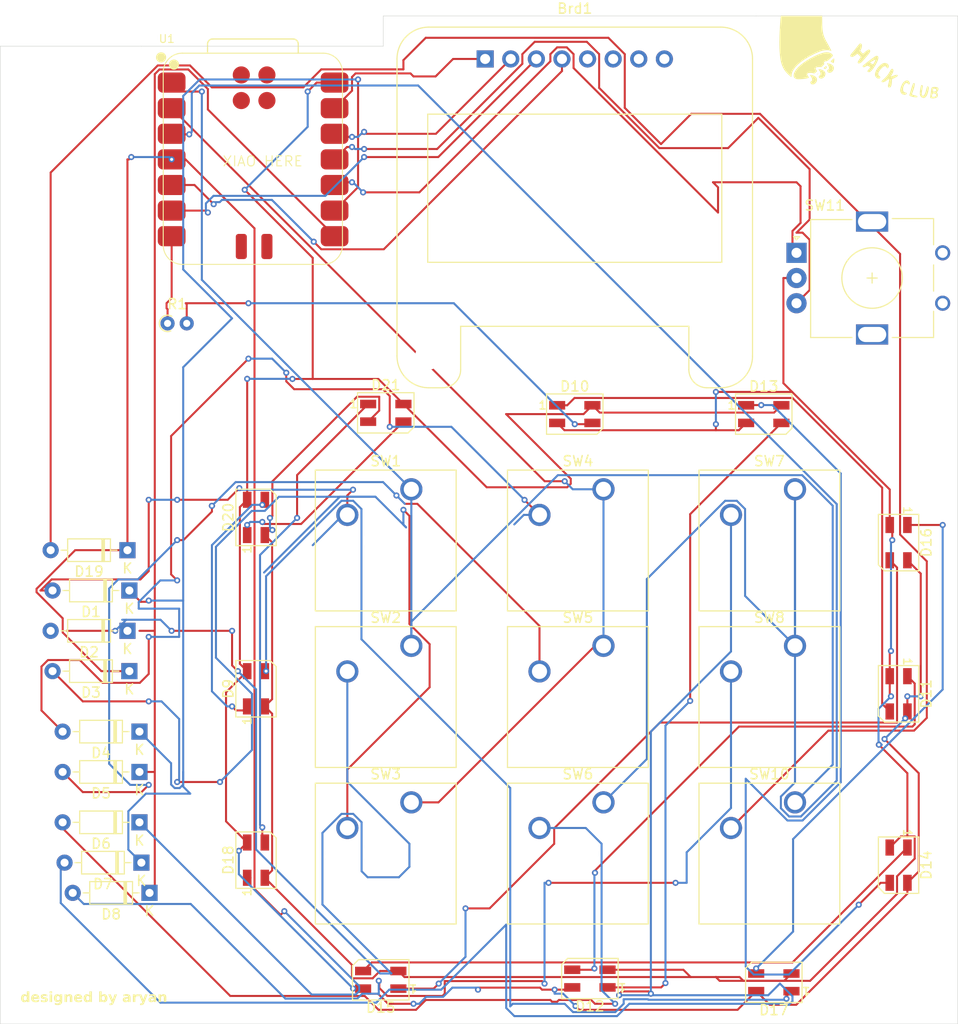
<source format=kicad_pcb>
(kicad_pcb (version 20240108) (generator "pcbnew") (generator_version "8.0")
  (layers (0 "F.Cu" signal) (31 "B.Cu" signal) (34 "B.Paste" user) (35 "F.Paste" user) (36 "B.SilkS" user "B.Silkscreen") (37 "F.SilkS" user "F.Silkscreen") (38 "B.Mask" user) (39 "F.Mask" user) (44 "Edge.Cuts" user))
  (net 0 "")
  (net 1 "Net-(D1-A)")
  (net 2 "Net-(D2-A)")
  (net 3 "Net-(D3-A)")
  (net 4 "Net-(D4-A)")
  (net 5 "Net-(D5-A)")
  (net 6 "Net-(D6-A)")
  (net 7 "Net-(D7-A)")
  (net 8 "Net-(D8-A)")
  (net 9 "Net-(D10-DOUT)")
  (net 10 "VDD")
  (net 11 "GND")
  (net 12 "Net-(D10-DIN)")
  (net 13 "Net-(D11-DOUT)")
  (net 14 "Net-(D12-DOUT)")
  (net 15 "Net-(D13-DOUT)")
  (net 16 "Net-(D14-DOUT)")
  (net 17 "Net-(D15-DOUT)")
  (net 18 "Net-(D16-DOUT)")
  (net 19 "Net-(D17-DOUT)")
  (net 20 "unconnected-(D18-DOUT-Pad1)")
  (net 21 "Net-(D19-A)")
  (net 22 "DIN")
  (net 23 "S1")
  (net 24 "S2")
  (net 25 "S3")
  (net 26 "A")
  (net 27 "B")
  (net 32 "3")
  (net 33 "4")
  (net 34 "D1")
  (net 36 "D3")
  (net 37 "D2")
  (net 39 "2")
  (net 40 "Net-(D20-DIN)")
  (net 41 "Net-(D18-DIN)")
  (net 42 "Net-(D20-DOUT)")
  (footprint "Diode_THT:D_DO-35_SOD27_P7.62mm_Horizontal" (layer "F.Cu") (at 36 122 180)
    (property "Reference" "D7")
    (property "Value" "1N4148")
  )
  (footprint "LED_SMD:LED_SK6812MINI_PLCC4_3.5x3.5mm_P1.75mm" (layer "F.Cu") (at 79 77.5)
    (property "Reference" "D10")
    (property "Value" "SK6812MINI")
  )
  (footprint "Diode_THT:D_DO-35_SOD27_P7.62mm_Horizontal" (layer "F.Cu") (at 36.81 125 180)
    (property "Reference" "D8")
    (property "Value" "1N4148")
  )
  (footprint "LED_SMD:LED_SK6812MINI_PLCC4_3.5x3.5mm_P1.75mm" (layer "F.Cu") (at 98.75 133.875 180)
    (property "Reference" "D17")
    (property "Value" "SK6812MINI")
  )
  (footprint "Display:Adafruit_SSD1306" (layer "F.Cu") (at 70.11 42.265)
    (property "Reference" "Brd1")
    (property "Value" "SSD1306")
  )
  (footprint "LED_SMD:LED_SK6812MINI_PLCC4_3.5x3.5mm_P1.75mm" (layer "F.Cu") (at 47.375 104.75 90)
    (property "Reference" "D9")
    (property "Value" "SK6812MINI")
  )
  (footprint "MX switches:SW_Cherry_MX1A_1.00u_PCB" (layer "F.Cu") (at 81.85 100.49)
    (property "Reference" "SW5")
    (property "Value" "SW_Push")
  )
  (footprint "MX switches:SW_Cherry_MX1A_1.00u_PCB" (layer "F.Cu") (at 62.786 84.96)
    (property "Reference" "SW1")
    (property "Value" "SW_Push")
  )
  (footprint "MX switches:SW_Cherry_MX1A_1.00u_PCB" (layer "F.Cu") (at 62.786 116.02)
    (property "Reference" "SW3")
    (property "Value" "SW_Push")
  )
  (footprint "LED_SMD:LED_SK6812MINI_PLCC4_3.5x3.5mm_P1.75mm" (layer "F.Cu") (at 60.25 77.375)
    (property "Reference" "D21")
    (property "Value" "SK6812MINI")
  )
  (footprint "LED_SMD:LED_SK6812MINI_PLCC4_3.5x3.5mm_P1.75mm" (layer "F.Cu") (at 47.375 121.75 90)
    (property "Reference" "D18")
    (property "Value" "SK6812MINI")
  )
  (footprint "LED_SMD:LED_SK6812MINI_PLCC4_3.5x3.5mm_P1.75mm" (layer "F.Cu") (at 111.125 122.25 -90)
    (property "Reference" "D14")
    (property "Value" "SK6812MINI")
  )
  (footprint "MX switches:SW_Cherry_MX1A_1.00u_PCB" (layer "F.Cu") (at 100.85 116.02)
    (property "Reference" "SW10")
    (property "Value" "SW_Push")
  )
  (footprint "MX switches:SW_Cherry_MX1A_1.00u_PCB" (layer "F.Cu") (at 100.85 84.96)
    (property "Reference" "SW7")
    (property "Value" "SW_Push")
  )
  (footprint "LED_SMD:LED_SK6812MINI_PLCC4_3.5x3.5mm_P1.75mm" (layer "F.Cu") (at 111.125 90.25 -90)
    (property "Reference" "D16")
    (property "Value" "SK6812MINI")
  )
  (footprint "MX switches:SW_Cherry_MX1A_1.00u_PCB" (layer "F.Cu") (at 100.85 100.49)
    (property "Reference" "SW8")
    (property "Value" "SW_Push")
  )
  (footprint "LED_SMD:LED_SK6812MINI_PLCC4_3.5x3.5mm_P1.75mm" (layer "F.Cu") (at 111.125 105.25 -90)
    (property "Reference" "D11")
    (property "Value" "SK6812MINI")
  )
  (footprint "Diode_THT:D_DO-35_SOD27_P7.62mm_Horizontal" (layer "F.Cu") (at 34.62 99 180)
    (property "Reference" "D2")
    (property "Value" "1N4148")
  )
  (footprint "Diode_THT:D_DO-35_SOD27_P7.62mm_Horizontal" (layer "F.Cu") (at 35.81 113 180)
    (property "Reference" "D5")
    (property "Value" "1N4148")
  )
  (footprint "Rotary_Encoder:RotaryEncoder_Alps_EC11E_Vertical_H20mm" (layer "F.Cu") (at 101 61.5)
    (property "Reference" "SW11")
    (property "Value" "RotaryEncoder")
  )
  (footprint "xiao_rp2040:XIAO-RP2040-SMD" (layer "F.Cu") (at 47.0045 52.23025)
    (property "Reference" "U1")
    (property "Value" "XIAO-RP2040-SMD")
  )
  (footprint "LED_SMD:LED_SK6812MINI_PLCC4_3.5x3.5mm_P1.75mm" (layer "F.Cu") (at 47.375 87.75 90)
    (property "Reference" "D20")
    (property "Value" "SK6812MINI")
  )
  (footprint "MX switches:SW_Cherry_MX1A_1.00u_PCB" (layer "F.Cu") (at 81.85 116.02)
    (property "Reference" "SW6")
    (property "Value" "SW_Push")
  )
  (footprint "LOGO" (layer "F.Cu") (at 108 43)
    (property "Reference" "G***" (hide yes))
    (property "Value" "LOGO" (hide yes))
  )
  (footprint "Diode_THT:D_DO-35_SOD27_P7.62mm_Horizontal" (layer "F.Cu") (at 34.81 103 180)
    (property "Reference" "D3")
    (property "Value" "1N4148")
  )
  (footprint "LED_SMD:LED_SK6812MINI_PLCC4_3.5x3.5mm_P1.75mm" (layer "F.Cu") (at 97.75 77.5)
    (property "Reference" "D13")
    (property "Value" "SK6812MINI")
  )
  (footprint "Diode_THT:D_DO-35_SOD27_P7.62mm_Horizontal" (layer "F.Cu") (at 34.81 95 180)
    (property "Reference" "D1")
    (property "Value" "1N4148")
  )
  (footprint "MX switches:SW_Cherry_MX1A_1.00u_PCB" (layer "F.Cu") (at 62.786 100.49)
    (property "Reference" "SW2")
    (property "Value" "SW_Push")
  )
  (footprint "MX switches:SW_Cherry_MX1A_1.00u_PCB" (layer "F.Cu") (at 81.85 84.96)
    (property "Reference" "SW4")
    (property "Value" "SW_Push")
  )
  (footprint "LED_SMD:LED_SK6812MINI_PLCC4_3.5x3.5mm_P1.75mm" (layer "F.Cu") (at 59.75 133.625 180)
    (property "Reference" "D15")
    (property "Value" "SK6812MINI")
  )
  (footprint "Diode_THT:D_DO-35_SOD27_P7.62mm_Horizontal" (layer "F.Cu") (at 35.81 109 180)
    (property "Reference" "D4")
    (property "Value" "1N4148")
  )
  (footprint "Diode_THT:D_DO-35_SOD27_P7.62mm_Horizontal" (layer "F.Cu") (at 34.62 91 180)
    (property "Reference" "D19")
    (property "Value" "1N4148")
  )
  (footprint "Resistor_THT:R_Axial_DIN0204_L3.6mm_D1.6mm_P1.90mm_Vertical" (layer "F.Cu") (at 38.6 68.5)
    (property "Reference" "R1")
    (property "Value" "R")
  )
  (footprint "Diode_THT:D_DO-35_SOD27_P7.62mm_Horizontal" (layer "F.Cu") (at 35.81 118 180)
    (property "Reference" "D6")
    (property "Value" "1N4148")
  )
  (footprint "LED_SMD:LED_SK6812MINI_PLCC4_3.5x3.5mm_P1.75mm" (layer "F.Cu") (at 80.5 133.5 180)
    (property "Reference" "D12")
    (property "Value" "SK6812MINI")
  )
  (gr_line (start 22 41) (end 36 41) (stroke (width 0.05)) (layer "Edge.Cuts"))
  (gr_line (start 117 138) (end 22 138) (stroke (width 0.05)) (layer "Edge.Cuts"))
  (gr_line (start 60 38) (end 97 38) (stroke (width 0.05)) (layer "Edge.Cuts"))
  (gr_line (start 117 137) (end 117 138) (stroke (width 0.05)) (layer "Edge.Cuts"))
  (gr_line (start 36 41) (end 60 41) (stroke (width 0.05)) (layer "Edge.Cuts"))
  (gr_line (start 97 38) (end 117 38) (stroke (width 0.05)) (layer "Edge.Cuts"))
  (gr_line (start 60 41) (end 60 38) (stroke (width 0.05)) (layer "Edge.Cuts"))
  (gr_line (start 22 138) (end 22 41) (stroke (width 0.05)) (layer "Edge.Cuts"))
  (gr_line (start 117 38) (end 117 137) (stroke (width 0.05)) (layer "Edge.Cuts"))
  (gr_text "XIAO HERE" (at 44 53 0) (layer "F.SilkS") (effects (font (size 1 1) (thickness 0.1)) (justify left bottom)))
  (gr_text "designed by aryan" (at 24 136 0) (layer "F.SilkS") (effects (font (size 1 1) (thickness 0.1)) (justify left bottom)))
  (segment (start 36.7295 93.0805) (end 36.7295 86) (width 0.2) (layer "F.Cu") (net 1))
  (segment (start 27.1 93.9) (end 35.91 93.9) (width 0.2) (layer "F.Cu") (net 1))
  (segment (start 39.55286 86) (end 44.567892 86) (width 0.2) (layer "F.Cu") (net 1))
  (segment (start 27.19 95) (end 26 95) (width 0.2) (layer "F.Cu") (net 1))
  (segment (start 57 85) (end 56.436 85.564) (width 0.2) (layer "F.Cu") (net 1))
  (segment (start 56.436 85.564) (end 56.436 87.5) (width 0.2) (layer "F.Cu") (net 1))
  (segment (start 44.567892 86) (end 45.721446 84.846446) (width 0.2) (layer "F.Cu") (net 1))
  (segment (start 35.91 93.9) (end 36.7295 93.0805) (width 0.2) (layer "F.Cu") (net 1))
  (segment (start 26 95) (end 27.1 93.9) (width 0.2) (layer "F.Cu") (net 1))
  (via (at 57 85) (size 0.6) (drill 0.3) (layers "F.Cu" "B.Cu") (net 1))
  (via (at 45.721446 84.846446) (size 0.6) (drill 0.3) (layers "F.Cu" "B.Cu") (net 1))
  (via (at 39.55286 86) (size 0.6) (drill 0.3) (layers "F.Cu" "B.Cu") (net 1))
  (via (at 36.7295 86) (size 0.6) (drill 0.3) (layers "F.Cu" "B.Cu") (net 1))
  (segment (start 45.875 85) (end 57 85) (width 0.2) (layer "B.Cu") (net 1))
  (segment (start 36.7295 86) (end 39.55286 86) (width 0.2) (layer "B.Cu") (net 1))
  (segment (start 56.008944 87.5) (end 56.436 87.5) (width 0.2) (layer "B.Cu") (net 1))
  (segment (start 53 90.508944) (end 56.008944 87.5) (width 0.2) (layer "B.Cu") (net 1))
  (segment (start 45.721446 84.846446) (end 45.875 85) (width 0.2) (layer "B.Cu") (net 1))
  (segment (start 28.595 99) (end 33.405 99) (width 0.2) (layer "F.Cu") (net 2))
  (segment (start 45 102.425002) (end 45.574998 103) (width 0.2) (layer "F.Cu") (net 2))
  (segment (start 39 99) (end 45 99) (width 0.2) (layer "F.Cu") (net 2))
  (segment (start 45 99) (end 45 102.425002) (width 0.2) (layer "F.Cu") (net 2))
  (via (at 45 99) (size 0.6) (drill 0.3) (layers "F.Cu" "B.Cu") (net 2))
  (via (at 33.405 99) (size 0.6) (drill 0.3) (layers "F.Cu" "B.Cu") (net 2))
  (via (at 39 99) (size 0.6) (drill 0.3) (layers "F.Cu" "B.Cu") (net 2))
  (via (at 45.574998 103) (size 0.6) (drill 0.3) (layers "F.Cu" "B.Cu") (net 2))
  (segment (start 37.9 97.9) (end 39 99) (width 0.2) (layer "B.Cu") (net 2))
  (segment (start 53.966 119.050101) (end 55.856101 117.16) (width 0.2) (layer "B.Cu") (net 2))
  (segment (start 57.015899 117.16) (end 57.849686 117.993787) (width 0.2) (layer "B.Cu") (net 2))
  (segment (start 53.966 126.150314) (end 53.966 119.050101) (width 0.2) (layer "B.Cu") (net 2))
  (segment (start 57.849686 122.849686) (end 58.45 123.45) (width 0.2) (layer "B.Cu") (net 2))
  (segment (start 56.436 113.966598) (end 56.436 103.03) (width 0.2) (layer "B.Cu") (net 2))
  (segment (start 62.596 122.404) (end 62.596 120.126598) (width 0.2) (layer "B.Cu") (net 2))
  (segment (start 34.1 97.9) (end 37.9 97.9) (width 0.2) (layer "B.Cu") (net 2))
  (segment (start 47.375 104.800002) (end 47.375 120.690686) (width 0.2) (layer "B.Cu") (net 2))
  (segment (start 59.684314 133) (end 60.815686 133) (width 0.2) (layer "B.Cu") (net 2))
  (segment (start 62.596 120.126598) (end 56.436 113.966598) (width 0.2) (layer "B.Cu") (net 2))
  (segment (start 57.849686 117.993787) (end 57.849686 122.849686) (width 0.2) (layer "B.Cu") (net 2))
  (segment (start 58.45 123.45) (end 61.55 123.45) (width 0.2) (layer "B.Cu") (net 2))
  (segment (start 61.55 123.45) (end 62.596 122.404) (width 0.2) (layer "B.Cu") (net 2))
  (segment (start 33.405 99) (end 34.505 97.9) (width 0.2) (layer "B.Cu") (net 2))
  (segment (start 47.375 120.690686) (end 59.684314 133) (width 0.2) (layer "B.Cu") (net 2))
  (segment (start 55.856101 117.16) (end 57.015899 117.16) (width 0.2) (layer "B.Cu") (net 2))
  (segment (start 60.815686 133) (end 53.966 126.150314) (width 0.2) (layer "B.Cu") (net 2))
  (segment (start 45.574998 103) (end 47.375 104.800002) (width 0.2) (layer "B.Cu") (net 2))
  (segment (start 64.599472 100.323573) (end 64.599472 104.599472) (width 0.2) (layer "F.Cu") (net 3))
  (segment (start 56.436 112.762944) (end 56.436 118.56) (width 0.2) (layer "F.Cu") (net 3))
  (segment (start 62.596 87.596) (end 62.596 98.320101) (width 0.2) (layer "F.Cu") (net 3))
  (segment (start 62 87) (end 62.596 87.596) (width 0.2) (layer "F.Cu") (net 3))
  (segment (start 64.599472 104.599472) (end 56.436 112.762944) (width 0.2) (layer "F.Cu") (net 3))
  (segment (start 62.596 98.320101) (end 64.599472 100.323573) (width 0.2) (layer "F.Cu") (net 3))
  (segment (start 27.19 103) (end 30.19 106) (width 0.2) (layer "F.Cu") (net 3))
  (segment (start 39.55286 114) (end 43.8 114) (width 0.2) (layer "F.Cu") (net 3))
  (segment (start 30.19 106) (end 36.7295 106) (width 0.2) (layer "F.Cu") (net 3))
  (via (at 43.8 114) (size 0.6) (drill 0.3) (layers "F.Cu" "B.Cu") (net 3))
  (via (at 62 87) (size 0.6) (drill 0.3) (layers "F.Cu" "B.Cu") (net 3))
  (via (at 36.7295 106) (size 0.6) (drill 0.3) (layers "F.Cu" "B.Cu") (net 3))
  (via (at 39.55286 114) (size 0.6) (drill 0.3) (layers "F.Cu" "B.Cu") (net 3))
  (segment (start 46.975 110.825) (end 46.975 105.248531) (width 0.2) (layer "B.Cu") (net 3))
  (segment (start 62.264701 88.735299) (end 59.229402 85.7) (width 0.2) (layer "B.Cu") (net 3))
  (segment (start 39.75286 114) (end 39.55286 114) (width 0.2) (layer "B.Cu") (net 3))
  (segment (start 59.229402 85.7) (end 55.690415 85.7) (width 0.2) (layer "B.Cu") (net 3))
  (segment (start 38 106) (end 39.75286 107.75286) (width 0.2) (layer "B.Cu") (net 3))
  (segment (start 48.248529 87.1) (end 49.648529 85.7) (width 0.2) (layer "B.Cu") (net 3))
  (segment (start 46.965686 87.1) (end 48.248529 87.1) (width 0.2) (layer "B.Cu") (net 3))
  (segment (start 62 88.470598) (end 62 87) (width 0.2) (layer "B.Cu") (net 3))
  (segment (start 62.264701 88.735299) (end 62 88.470598) (width 0.2) (layer "B.Cu") (net 3))
  (segment (start 43.8 114) (end 46.975 110.825) (width 0.2) (layer "B.Cu") (net 3))
  (segment (start 43.4 101.673531) (end 43.4 90.665686) (width 0.2) (layer "B.Cu") (net 3))
  (segment (start 46.975 105.248531) (end 43.4 101.673531) (width 0.2) (layer "B.Cu") (net 3))
  (segment (start 43.4 90.665686) (end 46.965686 87.1) (width 0.2) (layer "B.Cu") (net 3))
  (segment (start 39.75286 107.75286) (end 39.75286 114) (width 0.2) (layer "B.Cu") (net 3))
  (segment (start 49.648529 85.7) (end 59.229402 85.7) (width 0.2) (layer "B.Cu") (net 3))
  (segment (start 55.690415 85.7) (end 48.175 93.215415) (width 0.2) (layer "B.Cu") (net 3))
  (segment (start 36.7295 106) (end 38 106) (width 0.2) (layer "B.Cu") (net 3))
  (segment (start 39.55286 94) (end 38.95286 93.4) (width 0.2) (layer "F.Cu") (net 4))
  (segment (start 28.19 109) (end 26.09 106.9) (width 0.2) (layer "F.Cu") (net 4))
  (segment (start 26.09 106.9) (end 26.09 102.544365) (width 0.2) (layer "F.Cu") (net 4))
  (segment (start 50.377473 74.248532) (end 51.161784 75.032843) (width 0.2) (layer "F.Cu") (net 4))
  (segment (start 60.642752 75.708438) (end 60.642752 78.758719) (width 0.2) (layer "F.Cu") (net 4))
  (segment (start 38.95286 79.67214) (end 46.625 72) (width 0.2) (layer "F.Cu") (net 4))
  (segment (start 38.95286 93.4) (end 38.95286 79.67214) (width 0.2) (layer "F.Cu") (net 4))
  (segment (start 50.377473 73.4) (end 50.377473 74.248532) (width 0.2) (layer "F.Cu") (net 4))
  (segment (start 29.900002 101.9) (end 32.159498 104.159496) (width 0.2) (layer "F.Cu") (net 4))
  (segment (start 35.850504 104.159496) (end 36.7295 103.2805) (width 0.2) (layer "F.Cu") (net 4))
  (segment (start 26.734365 101.9) (end 29.900002 101.9) (width 0.2) (layer "F.Cu") (net 4))
  (segment (start 51.161784 75.032843) (end 59.967157 75.032843) (width 0.2) (layer "F.Cu") (net 4))
  (segment (start 26.09 102.544365) (end 26.734365 101.9) (width 0.2) (layer "F.Cu") (net 4))
  (segment (start 74.015075 86.015075) (end 75.5 87.5) (width 0.2) (layer "F.Cu") (net 4))
  (segment (start 32.159498 104.159496) (end 35.850504 104.159496) (width 0.2) (layer "F.Cu") (net 4))
  (segment (start 36.7295 103.2805) (end 36.7295 99.6) (width 0.2) (layer "F.Cu") (net 4))
  (segment (start 59.967157 75.032843) (end 60.642752 75.708438) (width 0.2) (layer "F.Cu") (net 4))
  (via (at 46.625 72) (size 0.6) (drill 0.3) (layers "F.Cu" "B.Cu") (net 4))
  (via (at 50.377473 73.4) (size 0.6) (drill 0.3) (layers "F.Cu" "B.Cu") (net 4))
  (via (at 39.55286 94) (size 0.6) (drill 0.3) (layers "F.Cu" "B.Cu") (net 4))
  (via (at 36.7295 99.6) (size 0.6) (drill 0.3) (layers "F.Cu" "B.Cu") (net 4))
  (via (at 74.015075 86.015075) (size 0.6) (drill 0.3) (layers "F.Cu" "B.Cu") (net 4))
  (via (at 60.642752 78.758719) (size 0.6) (drill 0.3) (layers "F.Cu" "B.Cu") (net 4))
  (segment (start 66.758719 78.758719) (end 74.015075 86.015075) (width 0.2) (layer "B.Cu") (net 4))
  (segment (start 75.5 87.5) (end 73.944366 87.5) (width 0.2) (layer "B.Cu") (net 4))
  (segment (start 39.75286 96.8) (end 35.739029 96.8) (width 0.2) (layer "B.Cu") (net 4))
  (segment (start 36.7295 99.6) (end 39.75286 99.6) (width 0.2) (layer "B.Cu") (net 4))
  (segment (start 48.977473 72) (end 50.377473 73.4) (width 0.2) (layer "B.Cu") (net 4))
  (segment (start 46.625 72) (end 48.977473 72) (width 0.2) (layer "B.Cu") (net 4))
  (segment (start 37.880971 94) (end 39.55286 94) (width 0.2) (layer "B.Cu") (net 4))
  (segment (start 73.944366 87.5) (end 73 88.444366) (width 0.2) (layer "B.Cu") (net 4))
  (segment (start 60.642752 78.758719) (end 66.758719 78.758719) (width 0.2) (layer "B.Cu") (net 4))
  (segment (start 35.739029 96.141942) (end 37.880971 94) (width 0.2) (layer "B.Cu") (net 4))
  (segment (start 39.75286 99.6) (end 39.75286 96.8) (width 0.2) (layer "B.Cu") (net 4))
  (segment (start 35.739029 96.8) (end 35.739029 96.141942) (width 0.2) (layer "B.Cu") (net 4))
  (segment (start 30.19 115) (end 36.015012 115) (width 0.2) (layer "F.Cu") (net 5))
  (segment (start 28.19 113) (end 30.19 115) (width 0.2) (layer "F.Cu") (net 5))
  (segment (start 62.135497 86.4) (end 63.383056 86.4) (width 0.2) (layer "F.Cu") (net 5))
  (segment (start 39.55286 90) (end 40.175 90) (width 0.2) (layer "F.Cu") (net 5))
  (segment (start 63.383056 86.4) (end 75.5 98.516944) (width 0.2) (layer "F.Cu") (net 5))
  (segment (start 40.175 90) (end 43 87.175) (width 0.2) (layer "F.Cu") (net 5))
  (segment (start 43 87.175) (end 43 86.6) (width 0.2) (layer "F.Cu") (net 5))
  (segment (start 36.015012 115) (end 36.729501 114.285511) (width 0.2) (layer "F.Cu") (net 5))
  (segment (start 75.5 98.516944) (end 75.5 103.03) (width 0.2) (layer "F.Cu") (net 5))
  (via (at 36.729501 114.285511) (size 0.6) (drill 0.3) (layers "F.Cu" "B.Cu") (net 5))
  (via (at 43 86.6) (size 0.6) (drill 0.3) (layers "F.Cu" "B.Cu") (net 5))
  (via (at 39.55286 90) (size 0.6) (drill 0.3) (layers "F.Cu" "B.Cu") (net 5))
  (via (at 43 86.6) (size 0.6) (drill 0.3) (layers "F.Cu" "B.Cu") (net 5))
  (via (at 61.307791 85.572294) (size 0.6) (drill 0.3) (layers "F.Cu" "B.Cu") (net 5))
  (segment (start 35.65286 93.9) (end 39.55286 90) (width 0.2) (layer "B.Cu") (net 5))
  (segment (start 59.981943 84.246446) (end 62.135497 86.4) (width 0.2) (layer "B.Cu") (net 5))
  (segment (start 36.729501 114.285511) (end 34.895511 114.285511) (width 0.2) (layer "B.Cu") (net 5))
  (segment (start 33.71 93.9) (end 35.65286 93.9) (width 0.2) (layer "B.Cu") (net 5))
  (segment (start 43 86.6) (end 45.353554 84.246446) (width 0.2) (layer "B.Cu") (net 5))
  (segment (start 34.895511 114.285511) (end 32.805 112.195) (width 0.2) (layer "B.Cu") (net 5))
  (segment (start 45.353554 84.246446) (end 59.981943 84.246446) (width 0.2) (layer "B.Cu") (net 5))
  (segment (start 32.805 94.805) (end 33.71 93.9) (width 0.2) (layer "B.Cu") (net 5))
  (segment (start 28.19 113) (end 28 113) (width 0.2) (layer "B.Cu") (net 5))
  (segment (start 32.805 112.195) (end 32.805 94.805) (width 0.2) (layer "B.Cu") (net 5))
  (segment (start 76.576471 135.625) (end 64.223529 135.625) (width 0.2) (layer "F.Cu") (net 6))
  (segment (start 64.223529 135.625) (end 63.248529 136.6) (width 0.2) (layer "F.Cu") (net 6))
  (segment (start 59.534314 136.6) (end 58.159314 135.225) (width 0.2) (layer "F.Cu") (net 6))
  (segment (start 76.751471 135.8) (end 76.576471 135.625) (width 0.2) (layer "F.Cu") (net 6))
  (segment (start 80.625 135.625) (end 77.423529 135.625) (width 0.2) (layer "F.Cu") (net 6))
  (segment (start 77.423529 135.625) (end 77.248529 135.8) (width 0.2) (layer "F.Cu") (net 6))
  (segment (start 81 136) (end 80.625 135.625) (width 0.2) (layer "F.Cu") (net 6))
  (segment (start 28.19 118.595) (end 28.19 118) (width 0.2) (layer "F.Cu") (net 6))
  (segment (start 83 136) (end 81 136) (width 0.2) (layer "F.Cu") (net 6))
  (segment (start 44.82 135.225) (end 28.19 118.595) (width 0.2) (layer "F.Cu") (net 6))
  (segment (start 77.248529 135.8) (end 76.751471 135.8) (width 0.2) (layer "F.Cu") (net 6))
  (segment (start 58.159314 135.225) (end 44.82 135.225) (width 0.2) (layer "F.Cu") (net 6))
  (segment (start 63.248529 136.6) (end 59.534314 136.6) (width 0.2) (layer "F.Cu") (net 6))
  (via (at 83 136) (size 0.6) (drill 0.3) (layers "F.Cu" "B.Cu") (net 6))
  (segment (start 81.66 134.66) (end 81.66 120.126598) (width 0.2) (layer "B.Cu") (net 6))
  (segment (start 81.66 120.126598) (end 80.093402 118.56) (width 0.2) (layer "B.Cu") (net 6))
  (segment (start 80.093402 118.56) (end 75.5 118.56) (width 0.2) (layer "B.Cu") (net 6))
  (segment (start 83 136) (end 81.66 134.66) (width 0.2) (layer "B.Cu") (net 6))
  (segment (start 83.675 134.775) (end 86.325 134.775) (width 0.2) (layer "F.Cu") (net 7))
  (segment (start 86.325 134.775) (end 86.55 135) (width 0.2) (layer "F.Cu") (net 7))
  (segment (start 83.35 135.1) (end 83.675 134.775) (width 0.2) (layer "F.Cu") (net 7))
  (via (at 86.55 135) (size 0.6) (drill 0.3) (layers "F.Cu" "B.Cu") (net 7))
  (via (at 83.403554 135.153554) (size 0.6) (drill 0.3) (layers "F.Cu" "B.Cu") (net 7))
  (segment (start 86.55 135) (end 86.55 109.000101) (width 0.2) (layer "B.Cu") (net 7))
  (segment (start 37.888235 135.888235) (end 28 126) (width 0.2) (layer "B.Cu") (net 7))
  (segment (start 65.748529 134.6) (end 60.595098 134.6) (width 0.2) (layer "B.Cu") (net 7))
  (segment (start 99.348529 134) (end 100.6 135.251471) (width 0.2) (layer "B.Cu") (net 7))
  (segment (start 60.595098 134.6) (end 59.306863 135.888235) (width 0.2) (layer "B.Cu") (net 7))
  (segment (start 59.306863 135.888235) (end 37.888235 135.888235) (width 0.2) (layer "B.Cu") (net 7))
  (segment (start 86.55 109.000101) (end 94.5 101.050101) (width 0.2) (layer "B.Cu") (net 7))
  (segment (start 72.2 136.421321) (end 72.2 128.148529) (width 0.2) (layer "B.Cu") (net 7))
  (segment (start 100.248529 136.1) (end 99.751471 136.1) (width 0.2) (layer "B.Cu") (net 7))
  (segment (start 83.189215 137.225) (end 73.003679 137.225) (width 0.2) (layer "B.Cu") (net 7))
  (segment (start 83.403554 135.153554) (end 98.194975 135.153554) (width 0.2) (layer "B.Cu") (net 7))
  (segment (start 73.003679 137.225) (end 72.2 136.421321) (width 0.2) (layer "B.Cu") (net 7))
  (segment (start 72.2 128.148529) (end 65.748529 134.6) (width 0.2) (layer "B.Cu") (net 7))
  (segment (start 99.651471 136) (end 84.414215 136) (width 0.2) (layer "B.Cu") (net 7))
  (segment (start 100.6 135.251471) (end 100.6 135.748529) (width 0.2) (layer "B.Cu") (net 7))
  (segment (start 99.751471 136.1) (end 99.651471 136) (width 0.2) (layer "B.Cu") (net 7))
  (segment (start 94.5 101.050101) (end 94.5 87.5) (width 0.2) (layer "B.Cu") (net 7))
  (segment (start 100.6 135.748529) (end 100.248529 136.1) (width 0.2) (layer "B.Cu") (net 7))
  (segment (start 84.414215 136) (end 83.189215 137.225) (width 0.2) (layer "B.Cu") (net 7))
  (segment (start 98.194975 135.153554) (end 99.348529 134) (width 0.2) (layer "B.Cu") (net 7))
  (segment (start 28 122.38) (end 28.38 122) (width 0.2) (layer "B.Cu") (net 7))
  (segment (start 28 126) (end 28 122.38) (width 0.2) (layer "B.Cu") (net 7))
  (segment (start 66.1 133.751471) (end 66.098529 133.75) (width 0.2) (layer "F.Cu") (net 8))
  (segment (start 66.1 133.751471) (end 66.1 134) (width 0.2) (layer "F.Cu") (net 8))
  (segment (start 75.75 133.75) (end 76 134) (width 0.2) (layer "F.Cu") (net 8))
  (segment (start 65.875 135.225) (end 66.1 135) (width 0.2) (layer "F.Cu") (net 8))
  (segment (start 76.4 124) (end 89 124) (width 0.2) (layer "F.Cu") (net 8))
  (segment (start 59.610784 133.775) (end 59.610784 134.435784) (width 0.2) (layer "F.Cu") (net 8))
  (segment (start 59.610784 134.435784) (end 60.4 135.225) (width 0.2) (layer "F.Cu") (net 8))
  (segment (start 59.552941 133.717157) (end 59.610784 133.775) (width 0.2) (layer "F.Cu") (net 8))
  (segment (start 60.4 135.225) (end 65.875 135.225) (width 0.2) (layer "F.Cu") (net 8))
  (segment (start 66.1 135) (end 66.1 134) (width 0.2) (layer "F.Cu") (net 8))
  (segment (start 66.098529 133.75) (end 75.75 133.75) (width 0.2) (layer "F.Cu") (net 8))
  (via (at 76 134) (size 0.6) (drill 0.3) (layers "F.Cu" "B.Cu") (net 8))
  (via (at 59.552941 133.717157) (size 0.6) (drill 0.3) (layers "F.Cu" "B.Cu") (net 8))
  (via (at 89 124) (size 0.6) (drill 0.3) (layers "F.Cu" "B.Cu") (net 8))
  (via (at 76.4 124) (size 0.6) (drill 0.3) (layers "F.Cu" "B.Cu") (net 8))
  (segment (start 40.9 126.1) (end 50.288235 135.488235) (width 0.2) (layer "B.Cu") (net 8))
  (segment (start 59.552941 135.076471) (end 59.552941 133.717157) (width 0.2) (layer "B.Cu") (net 8))
  (segment (start 29.19 125) (end 30.29 126.1) (width 0.2) (layer "B.Cu") (net 8))
  (segment (start 57.914215 135) (end 59.47647 135) (width 0.2) (layer "B.Cu") (net 8))
  (segment (start 59.718628 133.882844) (end 59.552941 133.717157) (width 0.2) (layer "B.Cu") (net 8))
  (segment (start 94.5 103.03) (end 94.5 116.580101) (width 0.2) (layer "B.Cu") (net 8))
  (segment (start 89 124) (end 90.1 124) (width 0.2) (layer "B.Cu") (net 8))
  (segment (start 30.29 126.1) (end 40.9 126.1) (width 0.2) (layer "B.Cu") (net 8))
  (segment (start 57.42598 135.488235) (end 57.914215 135) (width 0.2) (layer "B.Cu") (net 8))
  (segment (start 59.47647 135) (end 59.552941 135.076471) (width 0.2) (layer "B.Cu") (net 8))
  (segment (start 50.288235 135.488235) (end 57.42598 135.488235) (width 0.2) (layer "B.Cu") (net 8))
  (segment (start 76 134) (end 76 124) (width 0.2) (layer "B.Cu") (net 8))
  (segment (start 94.5 116.580101) (end 90.1 120.980101) (width 0.2) (layer "B.Cu") (net 8))
  (segment (start 90.1 120.980101) (end 90.1 124) (width 0.2) (layer "B.Cu") (net 8))
  (segment (start 76 124) (end 76.4 124) (width 0.2) (layer "B.Cu") (net 8))
  (segment (start 78.25 76.625) (end 78.975 75.9) (width 0.2) (layer "F.Cu") (net 9))
  (segment (start 109.5 106.25) (end 110.25 107) (width 0.2) (layer "F.Cu") (net 9))
  (segment (start 100.6 75.9) (end 109.5 84.8) (width 0.2) (layer "F.Cu") (net 9))
  (segment (start 109.5 84.8) (end 109.5 106.25) (width 0.2) (layer "F.Cu") (net 9))
  (segment (start 77.25 76.625) (end 78.25 76.625) (width 0.2) (layer "F.Cu") (net 9))
  (segment (start 78.975 75.9) (end 100.6 75.9) (width 0.2) (layer "F.Cu") (net 9))
  (segment (start 58 134.5) (end 57.02353 134.5) (width 0.2) (layer "F.Cu") (net 10))
  (segment (start 98.775 77.35) (end 99.5 76.625) (width 0.2) (layer "F.Cu") (net 10))
  (segment (start 47.5 56.49428) (end 46.25286 55.24714) (width 0.2) (layer "F.Cu") (net 10))
  (segment (start 113.125 113.125) (end 113.125 122.875) (width 0.2) (layer "F.Cu") (net 10))
  (segment (start 63 136) (end 60.47647 136) (width 0.2) (layer "F.Cu") (net 10))
  (segment (start 112 125.075) (end 112 124) (width 0.2) (layer "F.Cu") (net 10))
  (segment (start 60.47647 136) (end 59.47647 135) (width 0.2) (layer "F.Cu") (net 10))
  (segment (start 100.975 136.1) (end 112 125.075) (width 0.2) (layer "F.Cu") (net 10))
  (segment (start 57.02353 134.5) (end 57.011765 134.488235) (width 0.2) (layer "F.Cu") (net 10))
  (segment (start 52.5 45.5) (end 53.38975 44.61025) (width 0.2) (layer "F.Cu") (net 10))
  (segment (start 45.775 86.725) (end 46.5 86) (width 0.2) (layer "F.Cu") (net 10))
  (segment (start 98.35 136.1) (end 100.975 136.1) (width 0.2) (layer "F.Cu") (net 10))
  (segment (start 77 134.6) (end 78.525 134.6) (width 0.2) (layer "F.Cu") (net 10))
  (segment (start 44.4 117.9) (end 44.4 105.1) (width 0.2) (layer "F.Cu") (net 10))
  (segment (start 50.988735 74.011265) (end 53 74.011265) (width 0.2) (layer "F.Cu") (net 10))
  (segment (start 80.75 76.625) (end 81.475 77.35) (width 0.2) (layer "F.Cu") (net 10))
  (segment (start 46.5 103) (end 45.775 102.275) (width 0.2) (layer "F.Cu") (net 10))
  (segment (start 111.785735 107.685735) (end 111.785735 107.214265) (width 0.2) (layer "F.Cu") (net 10))
  (segment (start 45.672917 120.827082) (end 45.672918 120.827082) (width 0.2) (layer "F.Cu") (net 10))
  (segment (start 78.525 134.6) (end 78.75 134.375) (width 0.2) (layer "F.Cu") (net 10))
  (segment (start 111.785735 107.214265) (end 112 107) (width 0.2) (layer "F.Cu") (net 10))
  (segment (start 112 92) (end 113.325 93.325) (width 0.2) (layer "F.Cu") (net 10))
  (segment (start 109.735735 109.735735) (end 113.125 113.125) (width 0.2) (layer "F.Cu") (net 10))
  (segment (start 70.26 84.76) (end 62 76.5) (width 0.2) (layer "F.Cu") (net 10))
  (segment (start 113.125 122.875) (end 112 124) (width 0.2) (layer "F.Cu") (net 10))
  (segment (start 45.672918 120.827082) (end 46.5 120) (width 0.2) (layer "F.Cu") (net 10))
  (segment (start 113.325 93.325) (end 113.325 105.5) (width 0.2) (layer "F.Cu") (net 10))
  (segment (start 79.875 77.5) (end 72.188529 77.5) (width 0.2) (layer "F.Cu") (net 10))
  (segment (start 69.455868 134.4) (end 75.551471 134.4) (width 0.2) (layer "F.Cu") (net 10))
  (segment (start 59.511265 74.011265) (end 62 76.5) (width 0.2) (layer "F.Cu") (net 10))
  (segment (start 59.47647 135) (end 58.5 135) (width 0.2) (layer "F.Cu") (net 10))
  (segment (start 95.15 136.6) (end 79.448528 136.6) (width 0.2) (layer "F.Cu") (net 10))
  (segment (start 81.475 77.35) (end 98.775 77.35) (width 0.2) (layer "F.Cu") (net 10))
  (segment (start 75.551471 134.4) (end 75.751471 134.6) (width 0.2) (layer "F.Cu") (net 10))
  (segment (start 75.751471 134.6) (end 77 134.6) (width 0.2) (layer "F.Cu") (net 10))
  (segment (start 45.775 102.275) (end 45.775 86.725) (width 0.2) (layer "F.Cu") (net 10))
  (segment (start 112 105.5) (end 112 107) (width 0.2) (layer "F.Cu") (net 10))
  (segment (start 97 134.75) (end 98.35 136.1) (width 0.2) (layer "F.Cu") (net 10))
  (segment (start 72.188529 77.5) (end 78.6 83.911471) (width 0.2) (layer "F.Cu") (net 10))
  (segment (start 46.5 86) (end 46.5 74) (width 0.2) (layer "F.Cu") (net 10))
  (segment (start 79.448528 136.6) (end 79.073528 136.225) (width 0.2) (layer "F.Cu") (net 10))
  (segment (start 58.5 135) (end 58 134.5) (width 0.2) (layer "F.Cu") (net 10))
  (segment (start 53 62) (end 47.5 56.5) (width 0.2) (layer "F.Cu") (net 10))
  (segment (start 97 134.75) (end 95.15 136.6) (width 0.2) (layer "F.Cu") (net 10))
  (segment (start 53 74.011265) (end 53 62) (width 0.2) (layer "F.Cu") (net 10))
  (segment (start 78.248529 84.76) (end 70.26 84.76) (width 0.2) (layer "F.Cu") (net 10))
  (segment (start 80.75 76.625) (end 79.875 77.5) (width 0.2) (layer "F.Cu") (net 10))
  (segment (start 53 74.011265) (end 59.511265 74.011265) (width 0.2) (layer "F.Cu") (net 10))
  (segment (start 46.5 120) (end 44.4 117.9) (width 0.2) (layer "F.Cu") (net 10))
  (segment (start 78.6 84.408529) (end 78.248529 84.76) (width 0.2) (layer "F.Cu") (net 10))
  (segment (start 47.5 56.5) (end 47.5 56.49428) (width 0.2) (layer "F.Cu") (net 10))
  (segment (start 44.4 105.1) (end 46.5 103) (width 0.2) (layer "F.Cu") (net 10))
  (segment (start 78.6 83.911471) (end 78.6 84.408529) (width 0.2) (layer "F.Cu") (net 10))
  (segment (start 53.38975 44.61025) (end 55.1695 44.61025) (width 0.2) (layer "F.Cu") (net 10))
  (via (at 112 105.5) (size 0.6) (drill 0.3) (layers "F.Cu" "B.Cu") (net 10))
  (via (at 46.25286 55.24714) (size 0.6) (drill 0.3) (layers "F.Cu" "B.Cu") (net 10))
  (via (at 52.5 45.5) (size 0.6) (drill 0.3) (layers "F.Cu" "B.Cu") (net 10))
  (via (at 69.4 134.6) (size 0.6) (drill 0.3) (layers "F.Cu" "B.Cu") (net 10))
  (via (at 45.672917 120.827082) (size 0.6) (drill 0.3) (layers "F.Cu" "B.Cu") (net 10))
  (via (at 57.011765 134.488235) (size 0.6) (drill 0.3) (layers "F.Cu" "B.Cu") (net 10))
  (via (at 77 134.6) (size 0.6) (drill 0.3) (layers "F.Cu" "B.Cu") (net 10))
  (via (at 111.785735 107.685735) (size 0.6) (drill 0.3) (layers "F.Cu" "B.Cu") (net 10))
  (via (at 63 136) (size 0.6) (drill 0.3) (layers "F.Cu" "B.Cu") (net 10))
  (via (at 79.073528 136.225) (size 0.6) (drill 0.3) (layers "F.Cu" "B.Cu") (net 10))
  (via (at 113.325 105.5) (size 0.6) (drill 0.3) (layers "F.Cu" "B.Cu") (net 10))
  (via (at 50.988735 74.011265) (size 0.6) (drill 0.3) (layers "F.Cu" "B.Cu") (net 10))
  (via (at 46.5 74) (size 0.6) (drill 0.3) (layers "F.Cu" "B.Cu") (net 10))
  (via (at 109.735735 109.735735) (size 0.6) (drill 0.3) (layers "F.Cu" "B.Cu") (net 10))
  (segment (start 64.256372 135.309314) (end 65.946554 135.309314) (width 0.2) (layer "B.Cu") (net 10))
  (segment (start 113.325 105.5) (end 112 105.5) (width 0.2) (layer "B.Cu") (net 10))
  (segment (start 69.4 134.511736) (end 69.4 134.6) (width 0.2) (layer "B.Cu") (net 10))
  (segment (start 46.5 74) (end 50.97747 74) (width 0.2) (layer "B.Cu") (net 10))
  (segment (start 50.97747 74) (end 50.988735 74.011265) (width 0.2) (layer "B.Cu") (net 10))
  (segment (start 77 135) (end 77 134.6) (width 0.2) (layer "B.Cu") (net 10))
  (segment (start 45.672917 123.149387) (end 45.672917 120.827082) (width 0.2) (layer "B.Cu") (net 10))
  (segment (start 66.855868 134.4) (end 69.4 134.4) (width 0.2) (layer "B.Cu") (net 10))
  (segment (start 52.5 49) (end 52.5 45.5) (width 0.2) (layer "B.Cu") (net 10))
  (segment (start 46.25286 55.24714) (end 52.5 49) (width 0.2) (layer "B.Cu") (net 10))
  (segment (start 111.785735 107.685735) (end 109.735735 109.735735) (width 0.2) (layer "B.Cu") (net 10))
  (segment (start 63.565686 136) (end 64.256372 135.309314) (width 0.2) (layer "B.Cu") (net 10))
  (segment (start 57.011765 134.488235) (end 45.672917 123.149387) (width 0.2) (layer "B.Cu") (net 10))
  (segment (start 69.455868 134.455868) (end 69.4 134.511736) (width 0.2) (layer "B.Cu") (net 10))
  (segment (start 63 136) (end 63.565686 136) (width 0.2) (layer "B.Cu") (net 10))
  (segment (start 77.848528 135) (end 77 135) (width 0.2) (layer "B.Cu") (net 10))
  (segment (start 79.073528 136.225) (end 77.848528 135) (width 0.2) (layer "B.Cu") (net 10))
  (segment (start 65.946554 135.309314) (end 66.855868 134.4) (width 0.2) (layer "B.Cu") (net 10))
  (segment (start 69.4 134.4) (end 69.455868 134.455868) (width 0.2) (layer "B.Cu") (net 10))
  (segment (start 100.565686 75.3) (end 93 75.3) (width 0.2) (layer "F.Cu") (net 11))
  (segment (start 49 84.175) (end 49 87.6) (width 0.2) (layer "F.Cu") (net 11))
  (segment (start 82.25 132.625) (end 89.775 132.625) (width 0.2) (layer "F.Cu") (net 11))
  (segment (start 110.25 103.5) (end 110.25 101.125) (width 0.2) (layer "F.Cu") (net 11))
  (segment (start 57.4 75.775) (end 49 84.175) (width 0.2) (layer "F.Cu") (net 11))
  (segment (start 110.25 84.984314) (end 100.565686 75.3) (width 0.2) (layer "F.Cu") (net 11))
  (segment (start 58.952941 133.475) (end 58.952941 133.468628) (width 0.2) (layer "F.Cu") (net 11))
  (segment (start 110.5 88.75) (end 110.25 88.5) (width 0.2) (layer "F.Cu") (net 11))
  (segment (start 112.725 119.4) (end 112.725 121.6) (width 0.2) (layer "F.Cu") (net 11))
  (segment (start 48.75 89) (end 48.25 89.5) (width 0.2) (layer "F.Cu") (net 11))
  (segment (start 112 119.4) (end 112.725 119.4) (width 0.2) (layer "F.Cu") (net 11))
  (segment (start 56.9 133.475) (end 58.952941 133.475) (width 0.2) (layer "F.Cu") (net 11))
  (segment (start 49 89) (end 48.75 89) (width 0.2) (layer "F.Cu") (net 11))
  (segment (start 110.5 90) (end 110.5 88.75) (width 0.2) (layer "F.Cu") (net 11))
  (segment (start 110.25 103.5) (end 110.25 105.375) (width 0.2) (layer "F.Cu") (net 11))
  (segment (start 93 79.1) (end 77.975 79.1) (width 0.2) (layer "F.Cu") (net 11))
  (segment (start 77.975 79.1) (end 77.25 78.375) (width 0.2) (layer "F.Cu") (net 11))
  (segment (start 58.5 78.25) (end 59.6 77.15) (width 0.2) (layer "F.Cu") (net 11))
  (segment (start 63 44) (end 62.7 43.7) (width 0.2) (layer "F.Cu") (net 11))
  (segment (start 59.671569 132.75) (end 61.5 132.75) (width 0.2) (layer "F.Cu") (net 11))
  (segment (start 110.25 120.5) (end 111.35 119.4) (width 0.2) (layer "F.Cu") (net 11))
  (segment (start 109.170048 110.301423) (end 112 113.131375) (width 0.2) (layer "F.Cu") (net 11))
  (segment (start 49 87.6) (end 48.758949 87.841051) (width 0.2) (layer "F.Cu") (net 11))
  (segment (start 59.6 75.775) (end 57.4 75.775) (width 0.2) (layer "F.Cu") (net 11))
  (segment (start 93.375 133.725) (end 93 133.35) (width 0.2) (layer "F.Cu") (net 11))
  (segment (start 112.725 121.6) (end 110.975 123.35) (width 0.2) (layer "F.Cu") (net 11))
  (segment (start 93 133.35) (end 95.35 133.35) (width 0.2) (layer "F.Cu") (net 11))
  (segment (start 112 113.131375) (end 112 119.4) (width 0.2) (layer "F.Cu") (net 11))
  (segment (start 48.975 107.225) (end 48.25 106.5) (width 0.2) (layer "F.Cu") (net 11))
  (segment (start 111.35 119.4) (end 112 119.4) (width 0.2) (layer "F.Cu") (net 11))
  (segment (start 56.9 45.41975) (end 55.1695 47.15025) (width 0.2) (layer "F.Cu") (net 11))
  (segment (start 56.9 44.051471) (end 56.9 45.41975) (width 0.2) (layer "F.Cu") (net 11))
  (segment (start 48.758949 87.8) (end 48.758949 87.841051) (width 0.2) (layer "F.Cu") (net 11))
  (segment (start 110.25 88.5) (end 110.25 84.984314) (width 0.2) (layer "F.Cu") (net 11))
  (segment (start 95.35 133.35) (end 95.725 133.725) (width 0.2) (layer "F.Cu") (net 11))
  (segment (start 62.7 43.7) (end 57.251471 43.7) (width 0.2) (layer "F.Cu") (net 11))
  (segment (start 48.975 90.225) (end 48.975 105.775) (width 0.2) (layer "F.Cu") (net 11))
  (segment (start 48.975 105.775) (end 48.25 106.5) (width 0.2) (layer "F.Cu") (net 11))
  (segment (start 110.25 105.375) (end 110.375 105.5) (width 0.2) (layer "F.Cu") (net 11))
  (segment (start 48.25 89.5) (end 48.975 90.225) (width 0.2) (layer "F.Cu") (net 11))
  (segment (start 90.5 133.35) (end 93 133.35) (width 0.2) (layer "F.Cu") (net 11))
  (segment (start 89.775 132.625) (end 90.5 133.35) (width 0.2) (layer "F.Cu") (net 11))
  (segment (start 96 78.375) (end 95.275 79.1) (width 0.2) (layer "F.Cu") (net 11))
  (segment (start 110.25 101.125) (end 110.375 101) (width 0.2) (layer "F.Cu") (net 11))
  (segment (start 100.565686 75.3) (end 99.7 74.434314) (width 0.2) (layer "F.Cu") (net 11))
  (segment (start 110.975 123.35) (end 110.975 125.1) (width 0.2) (layer "F.Cu") (net 11))
  (segment (start 99.7 74.434314) (end 99.7 64) (width 0.2) (layer "F.Cu") (net 11))
  (segment (start 102.35 133.725) (end 93.375 133.725) (width 0.2) (layer "F.Cu") (net 11))
  (segment (start 99.775 133.725) (end 100.5 133) (width 0.2) (layer "F.Cu") (net 11))
  (segment (start 59.6 77.15) (end 59.6 75.775) (width 0.2) (layer "F.Cu") (net 11))
  (segment (start 70.11 42.265) (end 66.926163 42.265) (width 0.2) (layer "F.Cu") (net 11))
  (segment (start 62.1 133.35) (end 90.5 133.35) (width 0.2) (layer "F.Cu") (net 11))
  (segment (start 65.333081 43.858082) (end 65.191163 44) (width 0.2) (layer "F.Cu") (net 11))
  (segment (start 56.9 132.15) (end 56.9 133.475) (width 0.2) (layer "F.Cu") (net 11))
  (segment (start 65.191163 44) (end 63 44) (width 0.2) (layer "F.Cu") (net 11))
  (segment (start 95.275 79.1) (end 93 79.1) (width 0.2) (layer "F.Cu") (net 11))
  (segment (start 48.975 122.775) (end 48.975 107.225) (width 0.2) (layer "F.Cu") (net 11))
  (segment (start 65.333081 43.858082) (end 65.333081 43.858081) (width 0.2) (layer "F.Cu") (net 11))
  (segment (start 48.25 123.5) (end 56.9 132.15) (width 0.2) (layer "F.Cu") (net 11))
  (segment (start 48.25 123.5) (end 48.975 122.775) (width 0.2) (layer "F.Cu") (net 11))
  (segment (start 66.926163 42.265) (end 65.333081 43.858082) (width 0.2) (layer "F.Cu") (net 11))
  (segment (start 99.7 64) (end 101 64) (width 0.2) (layer "F.Cu") (net 11))
  (segment (start 61.5 132.75) (end 62.1 133.35) (width 0.2) (layer "F.Cu") (net 11))
  (segment (start 93 78.5) (end 93 79.1) (width 0.2) (layer "F.Cu") (net 11))
  (segment (start 95.725 133.725) (end 99.775 133.725) (width 0.2) (layer "F.Cu") (net 11))
  (segment (start 57.251471 43.7) (end 56.9 44.051471) (width 0.2) (layer "F.Cu") (net 11))
  (segment (start 58.952941 133.468628) (end 59.671569 132.75) (width 0.2) (layer "F.Cu") (net 11))
  (segment (start 110.975 125.1) (end 102.35 133.725) (width 0.2) (layer "F.Cu") (net 11))
  (via (at 49 89) (size 0.6) (drill 0.3) (layers "F.Cu" "B.Cu") (net 11))
  (via (at 109.170048 110.301423) (size 0.6) (drill 0.3) (layers "F.Cu" "B.Cu") (net 11))
  (via (at 93 78.5) (size 0.6) (drill 0.3) (layers "F.Cu" "B.Cu") (net 11))
  (via (at 110.375 105.5) (size 0.6) (drill 0.3) (layers "F.Cu" "B.Cu") (net 11))
  (via (at 110.5 90) (size 0.6) (drill 0.3) (layers "F.Cu" "B.Cu") (net 11))
  (via (at 110.375 101) (size 0.6) (drill 0.3) (layers "F.Cu" "B.Cu") (net 11))
  (via (at 93 75.3) (size 0.6) (drill 0.3) (layers "F.Cu" "B.Cu") (net 11))
  (via (at 48.758949 87.8) (size 0.6) (drill 0.3) (layers "F.Cu" "B.Cu") (net 11))
  (segment (start 110.375 105.5) (end 109.135735 106.739265) (width 0.2) (layer "B.Cu") (net 11))
  (segment (start 109.452893 110.301422) (end 109.377157 110.377158) (width 0.2) (layer "B.Cu") (net 11))
  (segment (start 109.135735 106.739265) (end 109.135735 109.984264) (width 0.2) (layer "B.Cu") (net 11))
  (segment (start 48.758949 87.8) (end 48.758949 88.758949) (width 0.2) (layer "B.Cu") (net 11))
  (segment (start 110.375 90.125) (end 110.5 90) (width 0.2) (layer "B.Cu") (net 11))
  (segment (start 109.377157 110.377158) (end 109.245783 110.377158) (width 0.2) (layer "B.Cu") (net 11))
  (segment (start 110.375 101) (end 110.375 90.125) (width 0.2) (layer "B.Cu") (net 11))
  (segment (start 109.245783 110.377158) (end 109.170048 110.301423) (width 0.2) (layer "B.Cu") (net 11))
  (segment (start 93 75.3) (end 93 78.5) (width 0.2) (layer "B.Cu") (net 11))
  (segment (start 109.135735 109.984264) (end 109.452893 110.301422) (width 0.2) (layer "B.Cu") (net 11))
  (segment (start 48.758949 88.758949) (end 49 89) (width 0.2) (layer "B.Cu") (net 11))
  (segment (start 79 78.5) (end 80.625 78.5) (width 0.2) (layer "F.Cu") (net 12))
  (segment (start 80.625 78.5) (end 80.75 78.375) (width 0.2) (layer "F.Cu") (net 12))
  (segment (start 40.4 66.5) (end 40.5 66.6) (width 0.2) (layer "F.Cu") (net 12))
  (segment (start 40.5 66.6) (end 40.5 68.5) (width 0.2) (layer "F.Cu") (net 12))
  (segment (start 40.4 66.5) (end 46.625 66.5) (width 0.2) (layer "F.Cu") (net 12))
  (via (at 79 78.5) (size 0.6) (drill 0.3) (layers "F.Cu" "B.Cu") (net 12))
  (via (at 46.625 66.5) (size 0.6) (drill 0.3) (layers "F.Cu" "B.Cu") (net 12))
  (segment (start 46.625 66.5) (end 67 66.5) (width 0.2) (layer "B.Cu") (net 12))
  (segment (start 67 66.5) (end 79 78.5) (width 0.2) (layer "B.Cu") (net 12))
  (segment (start 112.725 108.275) (end 112.5 108.5) (width 0.2) (layer "F.Cu") (net 13))
  (segment (start 112 103.5) (end 112.725 104.225) (width 0.2) (layer "F.Cu") (net 13))
  (segment (start 95.292944 108.5) (end 81.004751 122.788193) (width 0.2) (layer "F.Cu") (net 13))
  (segment (start 81.004751 122.788193) (end 81.004751 123.005341) (width 0.2) (layer "F.Cu") (net 13))
  (segment (start 112.5 108.5) (end 95.292944 108.5) (width 0.2) (layer "F.Cu") (net 13))
  (segment (start 80.824998 132.625) (end 80.949998 132.5) (width 0.2) (layer "F.Cu") (net 13))
  (segment (start 78.75 132.625) (end 80.824998 132.625) (width 0.2) (layer "F.Cu") (net 13))
  (segment (start 112.725 104.225) (end 112.725 108.275) (width 0.2) (layer "F.Cu") (net 13))
  (via (at 81.004751 123.005341) (size 0.6) (drill 0.3) (layers "F.Cu" "B.Cu") (net 13))
  (via (at 80.949998 132.5) (size 0.6) (drill 0.3) (layers "F.Cu" "B.Cu") (net 13))
  (segment (start 80.949998 123.060094) (end 81.004751 123.005341) (width 0.2) (layer "B.Cu") (net 13))
  (segment (start 80.949998 132.5) (end 80.949998 123.060094) (width 0.2) (layer "B.Cu") (net 13))
  (segment (start 87.575 134.375) (end 88 133.95) (width 0.2) (layer "F.Cu") (net 14))
  (segment (start 82.25 134.375) (end 87.575 134.375) (width 0.2) (layer "F.Cu") (net 14))
  (segment (start 90.449316 87.425684) (end 99.5 78.375) (width 0.2) (layer "F.Cu") (net 14))
  (segment (start 90.449316 105.949315) (end 90.449316 87.425684) (width 0.2) (layer "F.Cu") (net 14))
  (via (at 88 133.95) (size 0.6) (drill 0.3) (layers "F.Cu" "B.Cu") (net 14))
  (via (at 90.449316 105.949315) (size 0.6) (drill 0.3) (layers "F.Cu" "B.Cu") (net 14))
  (segment (start 88 108.398631) (end 90.449316 105.949315) (width 0.2) (layer "B.Cu") (net 14))
  (segment (start 88 133.95) (end 88 108.398631) (width 0.2) (layer "B.Cu") (net 14))
  (segment (start 96 76.625) (end 96.019608 76.605392) (width 0.2) (layer "F.Cu") (net 15))
  (segment (start 96.019608 76.605392) (end 97.5 76.605392) (width 0.2) (layer "F.Cu") (net 15))
  (segment (start 110.25 124) (end 109.34853 124) (width 0.2) (layer "F.Cu") (net 15))
  (segment (start 109.34853 124) (end 107.174265 126.174265) (width 0.2) (layer "F.Cu") (net 15))
  (via (at 107.174265 126.174265) (size 0.6) (drill 0.3) (layers "F.Cu" "B.Cu") (net 15))
  (via (at 97.5 76.605392) (size 0.6) (drill 0.3) (layers "F.Cu" "B.Cu") (net 15))
  (segment (start 98.605392 76.605392) (end 105.39 83.39) (width 0.2) (layer "B.Cu") (net 15))
  (segment (start 101.595585 117.82) (end 100.104415 117.82) (width 0.2) (layer "B.Cu") (net 15))
  (segment (start 95.96 132.308529) (end 96.751471 133.1) (width 0.2) (layer "B.Cu") (net 15))
  (segment (start 95.96 113.675585) (end 95.96 132.308529) (width 0.2) (layer "B.Cu") (net 15))
  (segment (start 105.39 83.39) (end 105.39 114.025585) (width 0.2) (layer "B.Cu") (net 15))
  (segment (start 96.751471 133.1) (end 100.24853 133.1) (width 0.2) (layer "B.Cu") (net 15))
  (segment (start 100.104415 117.82) (end 95.96 113.675585) (width 0.2) (layer "B.Cu") (net 15))
  (segment (start 105.39 114.025585) (end 101.595585 117.82) (width 0.2) (layer "B.Cu") (net 15))
  (segment (start 97.5 76.605392) (end 98.605392 76.605392) (width 0.2) (layer "B.Cu") (net 15))
  (segment (start 100.24853 133.1) (end 107.174265 126.174265) (width 0.2) (layer "B.Cu") (net 15))
  (segment (start 58 132.75) (end 58.85 131.9) (width 0.2) (layer "F.Cu") (net 16))
  (segment (start 58.85 131.9) (end 100.6 131.9) (width 0.2) (layer "F.Cu") (net 16))
  (segment (start 100.6 131.9) (end 112 120.5) (width 0.2) (layer "F.Cu") (net 16))
  (segment (start 110.975 108.1) (end 110.975 92.725) (width 0.2) (layer "F.Cu") (net 17))
  (segment (start 76.96 120.126598) (end 76.96 118.590101) (width 0.2) (layer "F.Cu") (net 17))
  (segment (start 65 134.5) (end 65.5 134) (width 0.2) (layer "F.Cu") (net 17))
  (segment (start 87.450101 108.1) (end 110.975 108.1) (width 0.2) (layer "F.Cu") (net 17))
  (segment (start 68.160436 126.539564) (end 70.547034 126.539564) (width 0.2) (layer "F.Cu") (net 17))
  (segment (start 61.5 134.5) (end 65 134.5) (width 0.2) (layer "F.Cu") (net 17))
  (segment (start 76.96 118.590101) (end 87.450101 108.1) (width 0.2) (layer "F.Cu") (net 17))
  (segment (start 70.547034 126.539564) (end 76.96 120.126598) (width 0.2) (layer "F.Cu") (net 17))
  (segment (start 110.975 92.725) (end 110.25 92) (width 0.2) (layer "F.Cu") (net 17))
  (via (at 65.5 134) (size 0.6) (drill 0.3) (layers "F.Cu" "B.Cu") (net 17))
  (via (at 68.160436 126.539564) (size 0.6) (drill 0.3) (layers "F.Cu" "B.Cu") (net 17))
  (segment (start 68.160436 131.339564) (end 68.160436 126.539564) (width 0.2) (layer "B.Cu") (net 17))
  (segment (start 65.5 134) (end 68.160436 131.339564) (width 0.2) (layer "B.Cu") (net 17))
  (segment (start 115.5 88.5) (end 112 88.5) (width 0.2) (layer "F.Cu") (net 18))
  (segment (start 97 132.5) (end 97 133) (width 0.2) (layer "F.Cu") (net 18))
  (via (at 97 132.5) (size 0.6) (drill 0.3) (layers "F.Cu" "B.Cu") (net 18))
  (via (at 115.5 88.5) (size 0.6) (drill 0.3) (layers "F.Cu" "B.Cu") (net 18))
  (segment (start 97 132.5) (end 100.66 128.84) (width 0.2) (layer "B.Cu") (net 18))
  (segment (start 100.66 119.66) (end 115.5 104.82) (width 0.2) (layer "B.Cu") (net 18))
  (segment (start 115.5 104.82) (end 115.5 88.5) (width 0.2) (layer "B.Cu") (net 18))
  (segment (start 100.66 128.84) (end 100.66 119.66) (width 0.2) (layer "B.Cu") (net 18))
  (segment (start 100 135.25) (end 100.5 134.75) (width 0.2) (layer "F.Cu") (net 19))
  (segment (start 100 135.5) (end 100 135.25) (width 0.2) (layer "F.Cu") (net 19))
  (segment (start 48.25 103) (end 48.375 103) (width 0.2) (layer "F.Cu") (net 19))
  (via (at 100 135.5) (size 0.6) (drill 0.3) (layers "F.Cu" "B.Cu") (net 19))
  (via (at 48.375 103) (size 0.6) (drill 0.3) (layers "F.Cu" "B.Cu") (net 19))
  (segment (start 48.375 103) (end 48.375 93.581101) (width 0.2) (layer "B.Cu") (net 19))
  (segment (start 83.852083 135.553554) (end 86.255025 135.553554) (width 0.2) (layer "B.Cu") (net 19))
  (segment (start 72.6 136.255635) (end 72.855635 136) (width 0.2) (layer "B.Cu") (net 19))
  (segment (start 72.6 114.6) (end 72.6 136.255635) (width 0.2) (layer "B.Cu") (net 19))
  (segment (start 99.9 135.6) (end 100 135.5) (width 0.2) (layer "B.Cu") (net 19))
  (segment (start 83.852083 135.996446) (end 83.852083 135.553554) (width 0.2) (layer "B.Cu") (net 19))
  (segment (start 78 136) (end 78.825 136.825) (width 0.2) (layer "B.Cu") (net 19))
  (segment (start 48.375 93.581101) (end 55.856101 86.1) (width 0.2) (layer "B.Cu") (net 19))
  (segment (start 83.023529 136.825) (end 83.852083 135.996446) (width 0.2) (layer "B.Cu") (net 19))
  (segment (start 57.836 86.920101) (end 57.836 99.836) (width 0.2) (layer "B.Cu") (net 19))
  (segment (start 78.825 136.825) (end 83.023529 136.825) (width 0.2) (layer "B.Cu") (net 19))
  (segment (start 86.301471 135.6) (end 99.9 135.6) (width 0.2) (layer "B.Cu") (net 19))
  (segment (start 55.856101 86.1) (end 57.015899 86.1) (width 0.2) (layer "B.Cu") (net 19))
  (segment (start 72.855635 136) (end 78 136) (width 0.2) (layer "B.Cu") (net 19))
  (segment (start 57.015899 86.1) (end 57.836 86.920101) (width 0.2) (layer "B.Cu") (net 19))
  (segment (start 57.836 99.836) (end 72.6 114.6) (width 0.2) (layer "B.Cu") (net 19))
  (segment (start 86.255025 135.553554) (end 86.301471 135.6) (width 0.2) (layer "B.Cu") (net 19))
  (segment (start 46.5 123.5) (end 46.825 123.5) (width 0.2) (layer "F.Cu") (net 20))
  (segment (start 53.851471 43.3) (end 62 43.3) (width 0.2) (layer "F.Cu") (net 21))
  (segment (start 64.217837 40.165) (end 62 42.382837) (width 0.2) (layer "F.Cu") (net 21))
  (segment (start 83.96 41.788654) (end 82.336346 40.165) (width 0.2) (layer "F.Cu") (net 21))
  (segment (start 104.16 108.9) (end 94.5 118.56) (width 0.2) (layer "F.Cu") (net 21))
  (segment (start 87.555724 50.709961) (end 90.555724 47.709961) (width 0.2) (layer "F.Cu") (net 21))
  (segment (start 97.375647 47.709961) (end 111.275 61.609314) (width 0.2) (layer "F.Cu") (net 21))
  (segment (start 62 42.382837) (end 62 43.3) (width 0.2) (layer "F.Cu") (net 21))
  (segment (start 113.925 107.640686) (end 112.665686 108.9) (width 0.2) (layer "F.Cu") (net 21))
  (segment (start 27 53.535422) (end 37.625172 42.91025) (width 0.2) (layer "F.Cu") (net 21))
  (segment (start 52.065686 45.085785) (end 53.851471 43.3) (width 0.2) (layer "F.Cu") (net 21))
  (segment (start 27 91) (end 27 53.535422) (width 0.2) (layer "F.Cu") (net 21))
  (segment (start 111.275 89.45) (end 113.925 92.1) (width 0.2) (layer "F.Cu") (net 21))
  (segment (start 87.555724 50.709961) (end 83.96 47.114237) (width 0.2) (layer "F.Cu") (net 21))
  (segment (start 113.925 92.1) (end 113.925 107.640686) (width 0.2) (layer "F.Cu") (net 21))
  (segment (start 112.665686 108.9) (end 104.16 108.9) (width 0.2) (layer "F.Cu") (net 21))
  (segment (start 43 45.085785) (end 52.065686 45.085785) (width 0.2) (layer "F.Cu") (net 21))
  (segment (start 90.555724 47.709961) (end 97.375647 47.709961) (width 0.2) (layer "F.Cu") (net 21))
  (segment (start 111.275 61.609314) (end 111.275 89.45) (width 0.2) (layer "F.Cu") (net 21))
  (segment (start 83.96 47.114237) (end 83.96 41.788654) (width 0.2) (layer "F.Cu") (net 21))
  (segment (start 40.824465 42.91025) (end 43 45.085785) (width 0.2) (layer "F.Cu") (net 21))
  (segment (start 37.625172 42.91025) (end 40.824465 42.91025) (width 0.2) (layer "F.Cu") (net 21))
  (segment (start 82.336346 40.165) (end 64.217837 40.165) (width 0.2) (layer "F.Cu") (net 21))
  (segment (start 39.0045 59.85025) (end 39.0045 65.9955) (width 0.2) (layer "F.Cu") (net 22))
  (segment (start 38.5 66.5) (end 38.5 67) (width 0.2) (layer "F.Cu") (net 22))
  (segment (start 38.5 67) (end 38.6 67.1) (width 0.2) (layer "F.Cu") (net 22))
  (segment (start 38.6 67.1) (end 38.6 68.5) (width 0.2) (layer "F.Cu") (net 22))
  (segment (start 39.0045 65.9955) (end 38.5 66.5) (width 0.2) (layer "F.Cu") (net 22))
  (segment (start 42 45.5) (end 39.89425 45.5) (width 0.2) (layer "F.Cu") (net 23))
  (segment (start 39.89425 45.5) (end 39.0045 44.61025) (width 0.2) (layer "F.Cu") (net 23))
  (via (at 42 45.5) (size 0.6) (drill 0.3) (layers "F.Cu" "B.Cu") (net 23))
  (segment (start 42 64.174) (end 42 45.5) (width 0.2) (layer "B.Cu") (net 23))
  (segment (start 101.56 83.56) (end 104.59 86.59) (width 0.2) (layer "B.Cu") (net 23))
  (segment (start 62.786 100.49) (end 62.786 98.09268) (width 0.2) (layer "B.Cu") (net 23))
  (segment (start 104.59 112.28) (end 100.85 116.02) (width 0.2) (layer "B.Cu") (net 23))
  (segment (start 62.786 84.96) (end 42 64.174) (width 0.2) (layer "B.Cu") (net 23))
  (segment (start 62.786 84.96) (end 62.786 100.49) (width 0.2) (layer "B.Cu") (net 23))
  (segment (start 62.786 98.09268) (end 77.31868 83.56) (width 0.2) (layer "B.Cu") (net 23))
  (segment (start 77.31868 83.56) (end 101.56 83.56) (width 0.2) (layer "B.Cu") (net 23))
  (segment (start 104.59 86.59) (end 104.59 112.28) (width 0.2) (layer "B.Cu") (net 23))
  (segment (start 76.01425 84.16) (end 39.0045 47.15025) (width 0.2) (layer "F.Cu") (net 24))
  (segment (start 81.007056 100.49) (end 65.477056 116.02) (width 0.2) (layer "F.Cu") (net 24))
  (segment (start 78 84.16) (end 76.01425 84.16) (width 0.2) (layer "F.Cu") (net 24))
  (segment (start 81.85 100.49) (end 81.007056 100.49) (width 0.2) (layer "F.Cu") (net 24))
  (segment (start 65.477056 116.02) (end 62.786 116.02) (width 0.2) (layer "F.Cu") (net 24))
  (via (at 78 84.16) (size 0.6) (drill 0.3) (layers "F.Cu" "B.Cu") (net 24))
  (segment (start 78.8 84.96) (end 78 84.16) (width 0.2) (layer "B.Cu") (net 24))
  (segment (start 81.85 84.96) (end 78.8 84.96) (width 0.2) (layer "B.Cu") (net 24))
  (segment (start 81.85 84.96) (end 81.85 100.49) (width 0.2) (layer "B.Cu") (net 24))
  (segment (start 39.06139 49.74714) (end 39.0045 49.69025) (width 0.2) (layer "F.Cu") (net 25))
  (segment (start 40.75286 49.74714) (end 39.06139 49.74714) (width 0.2) (layer "F.Cu") (net 25))
  (via (at 40.75286 49.74714) (size 0.6) (drill 0.3) (layers "F.Cu" "B.Cu") (net 25))
  (segment (start 41 49.5) (end 40.75286 49.74714) (width 0.2) (layer "B.Cu") (net 25))
  (segment (start 95.9 86.920101) (end 95.9 95.54) (width 0.2) (layer "B.Cu") (net 25))
  (segment (start 63.465686 44.9) (end 41.751471 44.9) (width 0.2) (layer "B.Cu") (net 25))
  (segment (start 86.15 111.72) (end 86.15 93.870101) (width 0.2) (layer "B.Cu") (net 25))
  (segment (start 101.429899 117.42) (end 104.99 113.859899) (width 0.2) (layer "B.Cu") (net 25))
  (segment (start 41 45.651471) (end 41 49.5) (width 0.2) (layer "B.Cu") (net 25))
  (segment (start 104.99 113.859899) (end 104.99 86.424314) (width 0.2) (layer "B.Cu") (net 25))
  (segment (start 95.079899 86.1) (end 95.9 86.920101) (width 0.2) (layer "B.Cu") (net 25))
  (segment (start 104.99 86.424314) (end 63.465686 44.9) (width 0.2) (layer "B.Cu") (net 25))
  (segment (start 95.9 95.54) (end 100.85 100.49) (width 0.2) (layer "B.Cu") (net 25))
  (segment (start 100.85 84.96) (end 100.85 114.040101) (width 0.2) (layer "B.Cu") (net 25))
  (segment (start 99.45 116.599899) (end 100.270101 117.42) (width 0.2) (layer "B.Cu") (net 25))
  (segment (start 81.85 116.02) (end 86.15 111.72) (width 0.2) (layer "B.Cu") (net 25))
  (segment (start 100.85 84.96) (end 100.85 100.49) (width 0.2) (layer "B.Cu") (net 25))
  (segment (start 41.751471 44.9) (end 41 45.651471) (width 0.2) (layer "B.Cu") (net 25))
  (segment (start 93.920101 86.1) (end 95.079899 86.1) (width 0.2) (layer "B.Cu") (net 25))
  (segment (start 99.45 115.440101) (end 99.45 116.599899) (width 0.2) (layer "B.Cu") (net 25))
  (segment (start 100.270101 117.42) (end 101.429899 117.42) (width 0.2) (layer "B.Cu") (net 25))
  (segment (start 86.15 93.870101) (end 93.920101 86.1) (width 0.2) (layer "B.Cu") (net 25))
  (segment (start 100.85 114.040101) (end 99.45 115.440101) (width 0.2) (layer "B.Cu") (net 25))
  (segment (start 93.214391 57.5) (end 78.88 43.165609) (width 0.2) (layer "F.Cu") (net 26))
  (segment (start 56.9 54.5) (end 55.43975 54.5) (width 0.2) (layer "F.Cu") (net 26))
  (segment (start 100.6 61.1) (end 101 61.5) (width 0.2) (layer "F.Cu") (net 26))
  (segment (start 78.206346 41.115) (end 77.253654 41.115) (width 0.2) (layer "F.Cu") (net 26))
  (segment (start 77.253654 41.115) (end 76.58 41.788654) (width 0.2) (layer "F.Cu") (net 26))
  (segment (start 93.214391 55) (end 93.214391 57.5) (width 0.2) (layer "F.Cu") (net 26))
  (segment (start 78.88 43.165609) (end 78.88 41.788654) (width 0.2) (layer "F.Cu") (net 26))
  (segment (start 76.58 42.501346) (end 63.581346 55.5) (width 0.2) (layer "F.Cu") (net 26))
  (segment (start 55.43975 54.5) (end 55.1695 54.77025) (width 0.2) (layer "F.Cu") (net 26))
  (segment (start 63.581346 55.5) (end 58 55.5) (width 0.2) (layer "F.Cu") (net 26))
  (segment (start 101.4 58.534314) (end 100.6 59.334314) (width 0.2) (layer "F.Cu") (net 26))
  (segment (start 76.58 41.788654) (end 76.58 42.501346) (width 0.2) (layer "F.Cu") (net 26))
  (segment (start 93.214391 55) (end 92.714391 54.5) (width 0.2) (layer "F.Cu") (net 26))
  (segment (start 101 54.5) (end 92.714391 54.5) (width 0.2) (layer "F.Cu") (net 26))
  (segment (start 101.4 54.9) (end 101.4 58.534314) (width 0.2) (layer "F.Cu") (net 26))
  (segment (start 101 54.5) (end 101.4 54.9) (width 0.2) (layer "F.Cu") (net 26))
  (segment (start 78.88 41.788654) (end 78.206346 41.115) (width 0.2) (layer "F.Cu") (net 26))
  (segment (start 100.6 59.334314) (end 100.6 61.1) (width 0.2) (layer "F.Cu") (net 26))
  (via (at 58 55.5) (size 0.6) (drill 0.3) (layers "F.Cu" "B.Cu") (net 26))
  (via (at 56.9 54.5) (size 0.6) (drill 0.3) (layers "F.Cu" "B.Cu") (net 26))
  (segment (start 58 55.5) (end 57 54.5) (width 0.2) (layer "B.Cu") (net 26))
  (segment (start 57 54.5) (end 56.9 54.5) (width 0.2) (layer "B.Cu") (net 26))
  (segment (start 102.3 53.2) (end 97.209961 48.109961) (width 0.2) (layer "F.Cu") (net 27))
  (segment (start 73.8 41.788654) (end 73.8 42.741346) (width 0.2) (layer "F.Cu") (net 27))
  (segment (start 56.39975 51) (end 55.1695 52.23025) (width 0.2) (layer "F.Cu") (net 27))
  (segment (start 102.3 58.2) (end 102.3 53.2) (width 0.2) (layer "F.Cu") (net 27))
  (segment (start 94.209961 51.109961) (end 97.209961 48.109961) (width 0.2) (layer "F.Cu") (net 27))
  (segment (start 81.42 41.788654) (end 80.196346 40.565) (width 0.2) (layer "F.Cu") (net 27))
  (segment (start 87.390038 51.109961) (end 94.209961 51.109961) (width 0.2) (layer "F.Cu") (net 27))
  (segment (start 80.196346 40.565) (end 75.023654 40.565) (width 0.2) (layer "F.Cu") (net 27))
  (segment (start 102.3 65.2) (end 101 66.5) (width 0.2) (layer "F.Cu") (net 27))
  (segment (start 56.9 51) (end 56.39975 51) (width 0.2) (layer "F.Cu") (net 27))
  (segment (start 65.341349 51.199997) (end 58.1 51.199997) (width 0.2) (layer "F.Cu") (net 27))
  (segment (start 75.023654 40.565) (end 73.8 41.788654) (width 0.2) (layer "F.Cu") (net 27))
  (segment (start 101 59.5) (end 101.6 59.5) (width 0.2) (layer "F.Cu") (net 27))
  (segment (start 102.3 60.2) (end 102.3 65.2) (width 0.2) (layer "F.Cu") (net 27))
  (segment (start 101.6 59.5) (end 102.3 60.2) (width 0.2) (layer "F.Cu") (net 27))
  (segment (start 81.42 45.139923) (end 81.42 41.788654) (width 0.2) (layer "F.Cu") (net 27))
  (segment (start 87.390038 51.109961) (end 81.42 45.139923) (width 0.2) (layer "F.Cu") (net 27))
  (segment (start 73.8 42.741346) (end 65.341349 51.199997) (width 0.2) (layer "F.Cu") (net 27))
  (segment (start 101 59.5) (end 102.3 58.2) (width 0.2) (layer "F.Cu") (net 27))
  (via (at 56.9 51) (size 0.6) (drill 0.3) (layers "F.Cu" "B.Cu") (net 27))
  (via (at 58.1 51.199997) (size 0.6) (drill 0.3) (layers "F.Cu" "B.Cu") (net 27))
  (segment (start 57.199997 51.199997) (end 57 51) (width 0.2) (layer "B.Cu") (net 27))
  (segment (start 58.1 51.199997) (end 57.199997 51.199997) (width 0.2) (layer "B.Cu") (net 27))
  (segment (start 57 51) (end 56.9 51) (width 0.2) (layer "B.Cu") (net 27))
  (segment (start 42.41025 57.31025) (end 39.0045 57.31025) (width 0.2) (layer "F.Cu") (net 32))
  (segment (start 75.19 42.265) (end 65.455 52) (width 0.2) (layer "F.Cu") (net 32))
  (segment (start 65.455 52) (end 58.1 52) (width 0.2) (layer "F.Cu") (net 32))
  (segment (start 42.6 57.5) (end 42.41025 57.31025) (width 0.2) (layer "F.Cu") (net 32))
  (via (at 42.6 57.5) (size 0.6) (drill 0.3) (layers "F.Cu" "B.Cu") (net 32))
  (via (at 58.1 52) (size 0.6) (drill 0.3) (layers "F.Cu" "B.Cu") (net 32))
  (segment (start 54.25286 55.84714) (end 43.15286 55.84714) (width 0.2) (layer "B.Cu") (net 32))
  (segment (start 42.4 57.5) (end 42.6 57.5) (width 0.2) (layer "B.Cu") (net 32))
  (segment (start 42.4 56.6) (end 42.4 57.5) (width 0.2) (layer "B.Cu") (net 32))
  (segment (start 43.15286 55.84714) (end 42.4 56.6) (width 0.2) (layer "B.Cu") (net 32))
  (segment (start 58.1 52) (end 54.25286 55.84714) (width 0.2) (layer "B.Cu") (net 32))
  (segment (start 78 42.535) (end 78 43) (width 0.2) (layer "F.Cu") (net 33))
  (segment (start 77.73 42.265) (end 77.73 43.467081) (width 0.2) (layer "F.Cu") (net 33))
  (segment (start 60.046831 61.15025) (end 53.85303 61.15025) (width 0.2) (layer "F.Cu") (net 33))
  (segment (start 77.73 42.265) (end 78 42.535) (width 0.2) (layer "F.Cu") (net 33))
  (segment (start 41.27025 54.77025) (end 39.0045 54.77025) (width 0.2) (layer "F.Cu") (net 33))
  (segment (start 77.73 43.467081) (end 60.046831 61.15025) (width 0.2) (layer "F.Cu") (net 33))
  (segment (start 53.85303 61.15025) (end 53.10139 60.39861) (width 0.2) (layer "F.Cu") (net 33))
  (segment (start 43.174265 56.674265) (end 41.27025 54.77025) (width 0.2) (layer "F.Cu") (net 33))
  (via (at 43.174265 56.674265) (size 0.6) (drill 0.3) (layers "F.Cu" "B.Cu") (net 33))
  (via (at 53.10139 60.39861) (size 0.6) (drill 0.3) (layers "F.Cu" "B.Cu") (net 33))
  (segment (start 43.37532 56.47321) (end 43.174265 56.674265) (width 0.2) (layer "B.Cu") (net 33))
  (segment (start 44 56.24714) (end 43.77393 56.47321) (width 0.2) (layer "B.Cu") (net 33))
  (segment (start 48.94992 56.24714) (end 44 56.24714) (width 0.2) (layer "B.Cu") (net 33))
  (segment (start 53.10139 60.39861) (end 48.94992 56.24714) (width 0.2) (layer "B.Cu") (net 33))
  (segment (start 43.77393 56.47321) (end 43.37532 56.47321) (width 0.2) (layer "B.Cu") (net 33))
  (segment (start 47.225 124.6) (end 47.225 59.07575) (width 0.2) (layer "F.Cu") (net 34))
  (segment (start 32.029315 103) (end 28.195 99.165685) (width 0.2) (layer "F.Cu") (net 34))
  (segment (start 34.62 91) (end 34.62 52.23025) (width 0.2) (layer "F.Cu") (net 34))
  (segment (start 50.18603 126.81397) (end 49.8125 127.1875) (width 0.2) (layer "F.Cu") (net 34))
  (segment (start 34.81 103) (end 32.029315 103) (width 0.2) (layer "F.Cu") (net 34))
  (segment (start 25.6 94.834314) (end 29.434314 91) (width 0.2) (layer "F.Cu") (net 34))
  (segment (start 34.76975 52.23025) (end 35 52) (width 0.2) (layer "F.Cu") (net 34))
  (segment (start 28.195 97.760686) (end 25.6 95.165686) (width 0.2) (layer "F.Cu") (net 34))
  (segment (start 49.8125 127.1875) (end 47.225 124.6) (width 0.2) (layer "F.Cu") (net 34))
  (segment (start 25.6 95.165686) (end 25.6 94.834314) (width 0.2) (layer "F.Cu") (net 34))
  (segment (start 47.225 59.07575) (end 40.3795 52.23025) (width 0.2) (layer "F.Cu") (net 34))
  (segment (start 39.0045 52.23025) (end 40.3795 52.23025) (width 0.2) (layer "F.Cu") (net 34))
  (segment (start 29.434314 91) (end 34.62 91) (width 0.2) (layer "F.Cu") (net 34))
  (segment (start 28.195 99.165685) (end 28.195 97.760686) (width 0.2) (layer "F.Cu") (net 34))
  (segment (start 34.62 52.23025) (end 34.76975 52.23025) (width 0.2) (layer "F.Cu") (net 34))
  (via (at 50.18603 126.81397) (size 0.6) (drill 0.3) (layers "F.Cu" "B.Cu") (net 34))
  (via (at 39.0045 52.23025) (size 0.6) (drill 0.3) (layers "F.Cu" "B.Cu") (net 34))
  (via (at 35 52) (size 0.6) (drill 0.3) (layers "F.Cu" "B.Cu") (net 34))
  (segment (start 57.611765 134.239705) (end 50.18603 126.81397) (width 0.2) (layer "B.Cu") (net 34))
  (segment (start 35 52) (end 38.77425 52) (width 0.2) (layer "B.Cu") (net 34))
  (segment (start 57.260294 135.088235) (end 57.611765 134.736764) (width 0.2) (layer "B.Cu") (net 34))
  (segment (start 57.611765 134.736764) (end 57.611765 134.239705) (width 0.2) (layer "B.Cu") (net 34))
  (segment (start 38.77425 52) (end 39.0045 52.23025) (width 0.2) (layer "B.Cu") (net 34))
  (segment (start 35.81 118) (end 52.898235 135.088235) (width 0.2) (layer "B.Cu") (net 34))
  (segment (start 52.898235 135.088235) (end 57.260294 135.088235) (width 0.2) (layer "B.Cu") (net 34))
  (segment (start 37.3295 43.771608) (end 37.790858 43.31025) (width 0.2) (layer "F.Cu") (net 36))
  (segment (start 42.6 45.251471) (end 42.6 47.28075) (width 0.2) (layer "F.Cu") (net 36))
  (segment (start 35.81 113) (end 37.3295 113) (width 0.2) (layer "F.Cu") (net 36))
  (segment (start 37.3295 124.4805) (end 36.81 125) (width 0.2) (layer "F.Cu") (net 36))
  (segment (start 37.3295 113) (end 37.3295 99) (width 0.2) (layer "F.Cu") (net 36))
  (segment (start 42.6 47.28075) (end 55.1695 59.85025) (width 0.2) (layer "F.Cu") (net 36))
  (segment (start 37.3295 99) (end 37.3295 43.771608) (width 0.2) (layer "F.Cu") (net 36))
  (segment (start 35.81 99) (end 37.3295 99) (width 0.2) (layer "F.Cu") (net 36))
  (segment (start 37.3295 113) (end 37.3295 124.4805) (width 0.2) (layer "F.Cu") (net 36))
  (segment (start 40.658779 43.31025) (end 42.6 45.251471) (width 0.2) (layer "F.Cu") (net 36))
  (segment (start 37.790858 43.31025) (end 40.658779 43.31025) (width 0.2) (layer "F.Cu") (net 36))
  (segment (start 57.5 54.97975) (end 55.1695 57.31025) (width 0.2) (layer "F.Cu") (net 37))
  (segment (start 34.81 95) (end 35.9295 96.1195) (width 0.2) (layer "F.Cu") (net 37))
  (segment (start 36.9295 96.1195) (end 36.9295 96) (width 0.2) (layer "F.Cu") (net 37))
  (segment (start 35.9295 96.1195) (end 36.9295 96.1195) (width 0.2) (layer "F.Cu") (net 37))
  (segment (start 57.5 44.3) (end 57.5 54.97975) (width 0.2) (layer "F.Cu") (net 37))
  (segment (start 36.9295 96) (end 36.7295 96) (width 0.2) (layer "F.Cu") (net 37))
  (via (at 36.7295 96) (size 0.6) (drill 0.3) (layers "F.Cu" "B.Cu") (net 37))
  (via (at 57.5 44.3) (size 0.6) (drill 0.3) (layers "F.Cu" "B.Cu") (net 37))
  (segment (start 40.15286 45.932925) (end 41.785785 44.3) (width 0.2) (layer "B.Cu") (net 37))
  (segment (start 36.457182 115.152818) (end 40.847182 115.152818) (width 0.2) (layer "B.Cu") (net 37))
  (segment (start 40.15286 113) (end 40.15286 96) (width 0.2) (layer "B.Cu") (net 37))
  (segment (start 35.81 109) (end 38.95286 112.14286) (width 0.2) (layer "B.Cu") (net 37))
  (segment (start 40.15286 114.248529) (end 40.15286 113) (width 0.2) (layer "B.Cu") (net 37))
  (segment (start 34.71 116.9) (end 36.457182 115.152818) (width 0.2) (layer "B.Cu") (net 37))
  (segment (start 36 122) (end 34.71 120.71) (width 0.2) (layer "B.Cu") (net 37))
  (segment (start 39.304331 114.6) (end 39.801389 114.6) (width 0.2) (layer "B.Cu") (net 37))
  (segment (start 41.785785 44.3) (end 57.5 44.3) (width 0.2) (layer "B.Cu") (net 37))
  (segment (start 38.95286 114.248529) (end 39.304331 114.6) (width 0.2) (layer "B.Cu") (net 37))
  (segment (start 39.801389 114.6) (end 40.15286 114.248529) (width 0.2) (layer "B.Cu") (net 37))
  (segment (start 38.95286 112.14286) (end 38.95286 114.248529) (width 0.2) (layer "B.Cu") (net 37))
  (segment (start 45 68) (end 40.15286 63.15286) (width 0.2) (layer "B.Cu") (net 37))
  (segment (start 40.15286 114.458495) (end 40.15286 113) (width 0.2) (layer "B.Cu") (net 37))
  (segment (start 40.15286 96) (end 40.15286 72.84714) (width 0.2) (layer "B.Cu") (net 37))
  (segment (start 36.7295 96) (end 40.15286 96) (width 0.2) (layer "B.Cu") (net 37))
  (segment (start 40.15286 72.84714) (end 45 68) (width 0.2) (layer "B.Cu") (net 37))
  (segment (start 34.71 120.71) (end 34.71 116.9) (width 0.2) (layer "B.Cu") (net 37))
  (segment (start 40.847182 115.152818) (end 40.15286 114.458495) (width 0.2) (layer "B.Cu") (net 37))
  (segment (start 40.15286 63.15286) (end 40.15286 45.932925) (width 0.2) (layer "B.Cu") (net 37))
  (segment (start 57.90975 49.69025) (end 58.1 49.5) (width 0.2) (layer "F.Cu") (net 39))
  (segment (start 57.9 49.69025) (end 57.90975 49.69025) (width 0.2) (layer "F.Cu") (net 39))
  (segment (start 65.22475 49.69025) (end 57.9 49.69025) (width 0.2) (layer "F.Cu") (net 39))
  (segment (start 55.47925 50) (end 55.1695 49.69025) (width 0.2) (layer "F.Cu") (net 39))
  (segment (start 72.65 42.265) (end 65.22475 49.69025) (width 0.2) (layer "F.Cu") (net 39))
  (segment (start 56.9 50) (end 55.47925 50) (width 0.2) (layer "F.Cu") (net 39))
  (via (at 58.1 49.5) (size 0.6) (drill 0.3) (layers "F.Cu" "B.Cu") (net 39))
  (via (at 56.9 50) (size 0.6) (drill 0.3) (layers "F.Cu" "B.Cu") (net 39))
  (segment (start 58.1 49.5) (end 58 49.5) (width 0.2) (layer "B.Cu") (net 39))
  (segment (start 58 49.5) (end 57.5 50) (width 0.2) (layer "B.Cu") (net 39))
  (segment (start 57.5 50) (end 56.9 50) (width 0.2) (layer "B.Cu") (net 39))
  (segment (start 46.1 106.9) (end 46.5 106.5) (width 0.2) (layer "F.Cu") (net 40))
  (segment (start 45.4 106.9) (end 46.1 106.9) (width 0.2) (layer "F.Cu") (net 40))
  (segment (start 45 106.5) (end 45.4 106.9) (width 0.2) (layer "F.Cu") (net 40))
  (segment (start 48.25 86) (end 48.25 86.25) (width 0.2) (layer "F.Cu") (net 40))
  (segment (start 48.25 86.25) (end 48 86.5) (width 0.2) (layer "F.Cu") (net 40))
  (via (at 48 86.5) (size 0.6) (drill 0.3) (layers "F.Cu" "B.Cu") (net 40))
  (via (at 45 106.5) (size 0.6) (drill 0.3) (layers "F.Cu" "B.Cu") (net 40))
  (segment (start 47 86.5) (end 48 86.5) (width 0.2) (layer "B.Cu") (net 40))
  (segment (start 45 106.5) (end 44.5 106.5) (width 0.2) (layer "B.Cu") (net 40))
  (segment (start 43 105) (end 43 90.5) (width 0.2) (layer "B.Cu") (net 40))
  (segment (start 44.5 106.5) (end 43 105) (width 0.2) (layer "B.Cu") (net 40))
  (segment (start 43 90.5) (end 47 86.5) (width 0.2) (layer "B.Cu") (net 40))
  (segment (start 48 119.75) (end 48.25 120) (width 0.2) (layer "F.Cu") (net 41))
  (segment (start 48 118.5) (end 48 119.75) (width 0.2) (layer "F.Cu") (net 41))
  (segment (start 58.5 76.5) (end 51.450735 83.549265) (width 0.2) (layer "F.Cu") (net 41))
  (segment (start 51.450735 83.549265) (end 51.450735 87.8) (width 0.2) (layer "F.Cu") (net 41))
  (via (at 51.450735 87.8) (size 0.6) (drill 0.3) (layers "F.Cu" "B.Cu") (net 41))
  (via (at 48 118.5) (size 0.6) (drill 0.3) (layers "F.Cu" "B.Cu") (net 41))
  (segment (start 47.775 91.475735) (end 47.775 118.275) (width 0.2) (layer "B.Cu") (net 41))
  (segment (start 47.775 118.275) (end 48 118.5) (width 0.2) (layer "B.Cu") (net 41))
  (segment (start 51.450735 87.8) (end 47.775 91.475735) (width 0.2) (layer "B.Cu") (net 41))
  (segment (start 51.85 88.4) (end 48 88.4) (width 0.2) (layer "F.Cu") (net 42))
  (segment (start 62 78.25) (end 51.85 88.4) (width 0.2) (layer "F.Cu") (net 42))
  (segment (start 46.5 88.5) (end 46.5 89.5) (width 0.2) (layer "F.Cu") (net 42))
  (segment (start 48 88.4) (end 48 88.199998) (width 0.2) (layer "F.Cu") (net 42))
  (via (at 46.5 88.5) (size 0.6) (drill 0.3) (layers "F.Cu" "B.Cu") (net 42))
  (via (at 48 88.199998) (size 0.6) (drill 0.3) (layers "F.Cu" "B.Cu") (net 42))
  (segment (start 46.800002 88.199998) (end 46.5 88.5) (width 0.2) (layer "B.Cu") (net 42))
  (segment (start 48 88.199998) (end 46.800002 88.199998) (width 0.2) (layer "B.Cu") (net 42))
)
</source>
